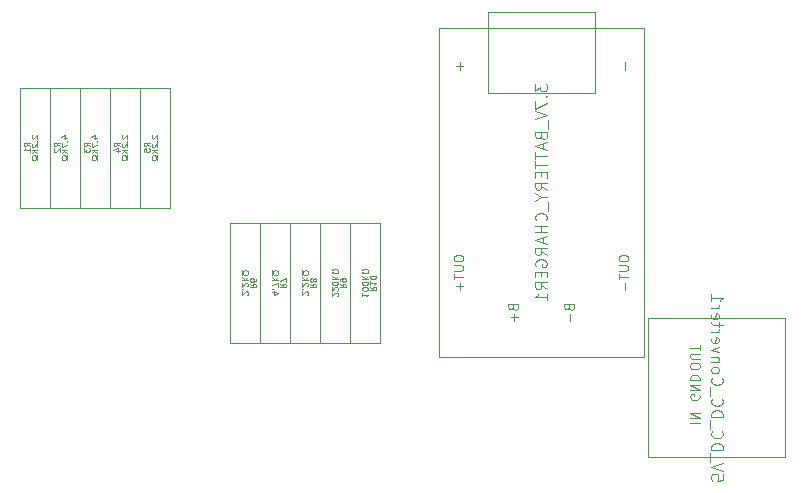
<source format=gbo>
%TF.GenerationSoftware,KiCad,Pcbnew,9.0.0*%
%TF.CreationDate,2025-03-19T00:25:19-07:00*%
%TF.ProjectId,remote_v2,72656d6f-7465-45f7-9632-2e6b69636164,v0.4*%
%TF.SameCoordinates,Original*%
%TF.FileFunction,Legend,Bot*%
%TF.FilePolarity,Positive*%
%FSLAX46Y46*%
G04 Gerber Fmt 4.6, Leading zero omitted, Abs format (unit mm)*
G04 Created by KiCad (PCBNEW 9.0.0) date 2025-03-19 00:25:19*
%MOMM*%
%LPD*%
G01*
G04 APERTURE LIST*
%ADD10C,0.062500*%
%ADD11C,0.100000*%
G04 APERTURE END LIST*
D10*
X155384709Y-92829297D02*
X155622804Y-92995963D01*
X155384709Y-93115011D02*
X155884709Y-93115011D01*
X155884709Y-93115011D02*
X155884709Y-92924535D01*
X155884709Y-92924535D02*
X155860899Y-92876916D01*
X155860899Y-92876916D02*
X155837090Y-92853106D01*
X155837090Y-92853106D02*
X155789471Y-92829297D01*
X155789471Y-92829297D02*
X155718042Y-92829297D01*
X155718042Y-92829297D02*
X155670423Y-92853106D01*
X155670423Y-92853106D02*
X155646614Y-92876916D01*
X155646614Y-92876916D02*
X155622804Y-92924535D01*
X155622804Y-92924535D02*
X155622804Y-93115011D01*
X155670423Y-92543582D02*
X155694233Y-92591201D01*
X155694233Y-92591201D02*
X155718042Y-92615011D01*
X155718042Y-92615011D02*
X155765661Y-92638820D01*
X155765661Y-92638820D02*
X155789471Y-92638820D01*
X155789471Y-92638820D02*
X155837090Y-92615011D01*
X155837090Y-92615011D02*
X155860899Y-92591201D01*
X155860899Y-92591201D02*
X155884709Y-92543582D01*
X155884709Y-92543582D02*
X155884709Y-92448344D01*
X155884709Y-92448344D02*
X155860899Y-92400725D01*
X155860899Y-92400725D02*
X155837090Y-92376916D01*
X155837090Y-92376916D02*
X155789471Y-92353106D01*
X155789471Y-92353106D02*
X155765661Y-92353106D01*
X155765661Y-92353106D02*
X155718042Y-92376916D01*
X155718042Y-92376916D02*
X155694233Y-92400725D01*
X155694233Y-92400725D02*
X155670423Y-92448344D01*
X155670423Y-92448344D02*
X155670423Y-92543582D01*
X155670423Y-92543582D02*
X155646614Y-92591201D01*
X155646614Y-92591201D02*
X155622804Y-92615011D01*
X155622804Y-92615011D02*
X155575185Y-92638820D01*
X155575185Y-92638820D02*
X155479947Y-92638820D01*
X155479947Y-92638820D02*
X155432328Y-92615011D01*
X155432328Y-92615011D02*
X155408519Y-92591201D01*
X155408519Y-92591201D02*
X155384709Y-92543582D01*
X155384709Y-92543582D02*
X155384709Y-92448344D01*
X155384709Y-92448344D02*
X155408519Y-92400725D01*
X155408519Y-92400725D02*
X155432328Y-92376916D01*
X155432328Y-92376916D02*
X155479947Y-92353106D01*
X155479947Y-92353106D02*
X155575185Y-92353106D01*
X155575185Y-92353106D02*
X155622804Y-92376916D01*
X155622804Y-92376916D02*
X155646614Y-92400725D01*
X155646614Y-92400725D02*
X155670423Y-92448344D01*
X155164321Y-93745713D02*
X155188130Y-93721904D01*
X155188130Y-93721904D02*
X155211940Y-93674285D01*
X155211940Y-93674285D02*
X155211940Y-93555237D01*
X155211940Y-93555237D02*
X155188130Y-93507618D01*
X155188130Y-93507618D02*
X155164321Y-93483809D01*
X155164321Y-93483809D02*
X155116702Y-93459999D01*
X155116702Y-93459999D02*
X155069083Y-93459999D01*
X155069083Y-93459999D02*
X154997654Y-93483809D01*
X154997654Y-93483809D02*
X154711940Y-93769523D01*
X154711940Y-93769523D02*
X154711940Y-93459999D01*
X154759559Y-93245714D02*
X154735750Y-93221904D01*
X154735750Y-93221904D02*
X154711940Y-93245714D01*
X154711940Y-93245714D02*
X154735750Y-93269523D01*
X154735750Y-93269523D02*
X154759559Y-93245714D01*
X154759559Y-93245714D02*
X154711940Y-93245714D01*
X155164321Y-93031428D02*
X155188130Y-93007619D01*
X155188130Y-93007619D02*
X155211940Y-92960000D01*
X155211940Y-92960000D02*
X155211940Y-92840952D01*
X155211940Y-92840952D02*
X155188130Y-92793333D01*
X155188130Y-92793333D02*
X155164321Y-92769524D01*
X155164321Y-92769524D02*
X155116702Y-92745714D01*
X155116702Y-92745714D02*
X155069083Y-92745714D01*
X155069083Y-92745714D02*
X154997654Y-92769524D01*
X154997654Y-92769524D02*
X154711940Y-93055238D01*
X154711940Y-93055238D02*
X154711940Y-92745714D01*
X154711940Y-92531429D02*
X155211940Y-92531429D01*
X154711940Y-92245715D02*
X154997654Y-92460000D01*
X155211940Y-92245715D02*
X154926226Y-92531429D01*
X154711940Y-92055238D02*
X154711940Y-91936191D01*
X154711940Y-91936191D02*
X154807178Y-91936191D01*
X154807178Y-91936191D02*
X154830988Y-91983810D01*
X154830988Y-91983810D02*
X154878607Y-92031429D01*
X154878607Y-92031429D02*
X154950035Y-92055238D01*
X154950035Y-92055238D02*
X155069083Y-92055238D01*
X155069083Y-92055238D02*
X155140511Y-92031429D01*
X155140511Y-92031429D02*
X155188130Y-91983810D01*
X155188130Y-91983810D02*
X155211940Y-91912381D01*
X155211940Y-91912381D02*
X155211940Y-91817143D01*
X155211940Y-91817143D02*
X155188130Y-91745715D01*
X155188130Y-91745715D02*
X155140511Y-91698096D01*
X155140511Y-91698096D02*
X155069083Y-91674286D01*
X155069083Y-91674286D02*
X154950035Y-91674286D01*
X154950035Y-91674286D02*
X154878607Y-91698096D01*
X154878607Y-91698096D02*
X154830988Y-91745715D01*
X154830988Y-91745715D02*
X154807178Y-91793334D01*
X154807178Y-91793334D02*
X154711940Y-91793334D01*
X154711940Y-91793334D02*
X154711940Y-91674286D01*
X134175290Y-81160702D02*
X133937195Y-80994036D01*
X134175290Y-80874988D02*
X133675290Y-80874988D01*
X133675290Y-80874988D02*
X133675290Y-81065464D01*
X133675290Y-81065464D02*
X133699100Y-81113083D01*
X133699100Y-81113083D02*
X133722909Y-81136893D01*
X133722909Y-81136893D02*
X133770528Y-81160702D01*
X133770528Y-81160702D02*
X133841957Y-81160702D01*
X133841957Y-81160702D02*
X133889576Y-81136893D01*
X133889576Y-81136893D02*
X133913385Y-81113083D01*
X133913385Y-81113083D02*
X133937195Y-81065464D01*
X133937195Y-81065464D02*
X133937195Y-80874988D01*
X133722909Y-81351179D02*
X133699100Y-81374988D01*
X133699100Y-81374988D02*
X133675290Y-81422607D01*
X133675290Y-81422607D02*
X133675290Y-81541655D01*
X133675290Y-81541655D02*
X133699100Y-81589274D01*
X133699100Y-81589274D02*
X133722909Y-81613083D01*
X133722909Y-81613083D02*
X133770528Y-81636893D01*
X133770528Y-81636893D02*
X133818147Y-81636893D01*
X133818147Y-81636893D02*
X133889576Y-81613083D01*
X133889576Y-81613083D02*
X134175290Y-81327369D01*
X134175290Y-81327369D02*
X134175290Y-81636893D01*
X134514726Y-80482381D02*
X134848059Y-80482381D01*
X134324250Y-80363333D02*
X134681392Y-80244286D01*
X134681392Y-80244286D02*
X134681392Y-80553809D01*
X134800440Y-80744285D02*
X134824250Y-80768095D01*
X134824250Y-80768095D02*
X134848059Y-80744285D01*
X134848059Y-80744285D02*
X134824250Y-80720476D01*
X134824250Y-80720476D02*
X134800440Y-80744285D01*
X134800440Y-80744285D02*
X134848059Y-80744285D01*
X134348059Y-80934761D02*
X134348059Y-81268094D01*
X134348059Y-81268094D02*
X134848059Y-81053809D01*
X134848059Y-81458570D02*
X134348059Y-81458570D01*
X134848059Y-81744284D02*
X134562345Y-81529999D01*
X134348059Y-81744284D02*
X134633773Y-81458570D01*
X134848059Y-81934761D02*
X134848059Y-82053808D01*
X134848059Y-82053808D02*
X134752821Y-82053808D01*
X134752821Y-82053808D02*
X134729011Y-82006189D01*
X134729011Y-82006189D02*
X134681392Y-81958570D01*
X134681392Y-81958570D02*
X134609964Y-81934761D01*
X134609964Y-81934761D02*
X134490916Y-81934761D01*
X134490916Y-81934761D02*
X134419488Y-81958570D01*
X134419488Y-81958570D02*
X134371869Y-82006189D01*
X134371869Y-82006189D02*
X134348059Y-82077618D01*
X134348059Y-82077618D02*
X134348059Y-82172856D01*
X134348059Y-82172856D02*
X134371869Y-82244284D01*
X134371869Y-82244284D02*
X134419488Y-82291903D01*
X134419488Y-82291903D02*
X134490916Y-82315713D01*
X134490916Y-82315713D02*
X134609964Y-82315713D01*
X134609964Y-82315713D02*
X134681392Y-82291903D01*
X134681392Y-82291903D02*
X134729011Y-82244284D01*
X134729011Y-82244284D02*
X134752821Y-82196665D01*
X134752821Y-82196665D02*
X134848059Y-82196665D01*
X134848059Y-82196665D02*
X134848059Y-82315713D01*
D11*
X190342580Y-108957144D02*
X190342580Y-109433334D01*
X190342580Y-109433334D02*
X189866390Y-109480953D01*
X189866390Y-109480953D02*
X189914009Y-109433334D01*
X189914009Y-109433334D02*
X189961628Y-109338096D01*
X189961628Y-109338096D02*
X189961628Y-109100001D01*
X189961628Y-109100001D02*
X189914009Y-109004763D01*
X189914009Y-109004763D02*
X189866390Y-108957144D01*
X189866390Y-108957144D02*
X189771152Y-108909525D01*
X189771152Y-108909525D02*
X189533057Y-108909525D01*
X189533057Y-108909525D02*
X189437819Y-108957144D01*
X189437819Y-108957144D02*
X189390200Y-109004763D01*
X189390200Y-109004763D02*
X189342580Y-109100001D01*
X189342580Y-109100001D02*
X189342580Y-109338096D01*
X189342580Y-109338096D02*
X189390200Y-109433334D01*
X189390200Y-109433334D02*
X189437819Y-109480953D01*
X190342580Y-108623810D02*
X189342580Y-108290477D01*
X189342580Y-108290477D02*
X190342580Y-107957144D01*
X189247342Y-107861906D02*
X189247342Y-107100001D01*
X189342580Y-106861905D02*
X190342580Y-106861905D01*
X190342580Y-106861905D02*
X190342580Y-106623810D01*
X190342580Y-106623810D02*
X190294961Y-106480953D01*
X190294961Y-106480953D02*
X190199723Y-106385715D01*
X190199723Y-106385715D02*
X190104485Y-106338096D01*
X190104485Y-106338096D02*
X189914009Y-106290477D01*
X189914009Y-106290477D02*
X189771152Y-106290477D01*
X189771152Y-106290477D02*
X189580676Y-106338096D01*
X189580676Y-106338096D02*
X189485438Y-106385715D01*
X189485438Y-106385715D02*
X189390200Y-106480953D01*
X189390200Y-106480953D02*
X189342580Y-106623810D01*
X189342580Y-106623810D02*
X189342580Y-106861905D01*
X189437819Y-105290477D02*
X189390200Y-105338096D01*
X189390200Y-105338096D02*
X189342580Y-105480953D01*
X189342580Y-105480953D02*
X189342580Y-105576191D01*
X189342580Y-105576191D02*
X189390200Y-105719048D01*
X189390200Y-105719048D02*
X189485438Y-105814286D01*
X189485438Y-105814286D02*
X189580676Y-105861905D01*
X189580676Y-105861905D02*
X189771152Y-105909524D01*
X189771152Y-105909524D02*
X189914009Y-105909524D01*
X189914009Y-105909524D02*
X190104485Y-105861905D01*
X190104485Y-105861905D02*
X190199723Y-105814286D01*
X190199723Y-105814286D02*
X190294961Y-105719048D01*
X190294961Y-105719048D02*
X190342580Y-105576191D01*
X190342580Y-105576191D02*
X190342580Y-105480953D01*
X190342580Y-105480953D02*
X190294961Y-105338096D01*
X190294961Y-105338096D02*
X190247342Y-105290477D01*
X189247342Y-105100001D02*
X189247342Y-104338096D01*
X189342580Y-104100000D02*
X190342580Y-104100000D01*
X190342580Y-104100000D02*
X190342580Y-103861905D01*
X190342580Y-103861905D02*
X190294961Y-103719048D01*
X190294961Y-103719048D02*
X190199723Y-103623810D01*
X190199723Y-103623810D02*
X190104485Y-103576191D01*
X190104485Y-103576191D02*
X189914009Y-103528572D01*
X189914009Y-103528572D02*
X189771152Y-103528572D01*
X189771152Y-103528572D02*
X189580676Y-103576191D01*
X189580676Y-103576191D02*
X189485438Y-103623810D01*
X189485438Y-103623810D02*
X189390200Y-103719048D01*
X189390200Y-103719048D02*
X189342580Y-103861905D01*
X189342580Y-103861905D02*
X189342580Y-104100000D01*
X189437819Y-102528572D02*
X189390200Y-102576191D01*
X189390200Y-102576191D02*
X189342580Y-102719048D01*
X189342580Y-102719048D02*
X189342580Y-102814286D01*
X189342580Y-102814286D02*
X189390200Y-102957143D01*
X189390200Y-102957143D02*
X189485438Y-103052381D01*
X189485438Y-103052381D02*
X189580676Y-103100000D01*
X189580676Y-103100000D02*
X189771152Y-103147619D01*
X189771152Y-103147619D02*
X189914009Y-103147619D01*
X189914009Y-103147619D02*
X190104485Y-103100000D01*
X190104485Y-103100000D02*
X190199723Y-103052381D01*
X190199723Y-103052381D02*
X190294961Y-102957143D01*
X190294961Y-102957143D02*
X190342580Y-102814286D01*
X190342580Y-102814286D02*
X190342580Y-102719048D01*
X190342580Y-102719048D02*
X190294961Y-102576191D01*
X190294961Y-102576191D02*
X190247342Y-102528572D01*
X189247342Y-102338096D02*
X189247342Y-101576191D01*
X189437819Y-100766667D02*
X189390200Y-100814286D01*
X189390200Y-100814286D02*
X189342580Y-100957143D01*
X189342580Y-100957143D02*
X189342580Y-101052381D01*
X189342580Y-101052381D02*
X189390200Y-101195238D01*
X189390200Y-101195238D02*
X189485438Y-101290476D01*
X189485438Y-101290476D02*
X189580676Y-101338095D01*
X189580676Y-101338095D02*
X189771152Y-101385714D01*
X189771152Y-101385714D02*
X189914009Y-101385714D01*
X189914009Y-101385714D02*
X190104485Y-101338095D01*
X190104485Y-101338095D02*
X190199723Y-101290476D01*
X190199723Y-101290476D02*
X190294961Y-101195238D01*
X190294961Y-101195238D02*
X190342580Y-101052381D01*
X190342580Y-101052381D02*
X190342580Y-100957143D01*
X190342580Y-100957143D02*
X190294961Y-100814286D01*
X190294961Y-100814286D02*
X190247342Y-100766667D01*
X189342580Y-100195238D02*
X189390200Y-100290476D01*
X189390200Y-100290476D02*
X189437819Y-100338095D01*
X189437819Y-100338095D02*
X189533057Y-100385714D01*
X189533057Y-100385714D02*
X189818771Y-100385714D01*
X189818771Y-100385714D02*
X189914009Y-100338095D01*
X189914009Y-100338095D02*
X189961628Y-100290476D01*
X189961628Y-100290476D02*
X190009247Y-100195238D01*
X190009247Y-100195238D02*
X190009247Y-100052381D01*
X190009247Y-100052381D02*
X189961628Y-99957143D01*
X189961628Y-99957143D02*
X189914009Y-99909524D01*
X189914009Y-99909524D02*
X189818771Y-99861905D01*
X189818771Y-99861905D02*
X189533057Y-99861905D01*
X189533057Y-99861905D02*
X189437819Y-99909524D01*
X189437819Y-99909524D02*
X189390200Y-99957143D01*
X189390200Y-99957143D02*
X189342580Y-100052381D01*
X189342580Y-100052381D02*
X189342580Y-100195238D01*
X190009247Y-99433333D02*
X189342580Y-99433333D01*
X189914009Y-99433333D02*
X189961628Y-99385714D01*
X189961628Y-99385714D02*
X190009247Y-99290476D01*
X190009247Y-99290476D02*
X190009247Y-99147619D01*
X190009247Y-99147619D02*
X189961628Y-99052381D01*
X189961628Y-99052381D02*
X189866390Y-99004762D01*
X189866390Y-99004762D02*
X189342580Y-99004762D01*
X190009247Y-98623809D02*
X189342580Y-98385714D01*
X189342580Y-98385714D02*
X190009247Y-98147619D01*
X189390200Y-97385714D02*
X189342580Y-97480952D01*
X189342580Y-97480952D02*
X189342580Y-97671428D01*
X189342580Y-97671428D02*
X189390200Y-97766666D01*
X189390200Y-97766666D02*
X189485438Y-97814285D01*
X189485438Y-97814285D02*
X189866390Y-97814285D01*
X189866390Y-97814285D02*
X189961628Y-97766666D01*
X189961628Y-97766666D02*
X190009247Y-97671428D01*
X190009247Y-97671428D02*
X190009247Y-97480952D01*
X190009247Y-97480952D02*
X189961628Y-97385714D01*
X189961628Y-97385714D02*
X189866390Y-97338095D01*
X189866390Y-97338095D02*
X189771152Y-97338095D01*
X189771152Y-97338095D02*
X189675914Y-97814285D01*
X189342580Y-96909523D02*
X190009247Y-96909523D01*
X189818771Y-96909523D02*
X189914009Y-96861904D01*
X189914009Y-96861904D02*
X189961628Y-96814285D01*
X189961628Y-96814285D02*
X190009247Y-96719047D01*
X190009247Y-96719047D02*
X190009247Y-96623809D01*
X190009247Y-96433332D02*
X190009247Y-96052380D01*
X190342580Y-96290475D02*
X189485438Y-96290475D01*
X189485438Y-96290475D02*
X189390200Y-96242856D01*
X189390200Y-96242856D02*
X189342580Y-96147618D01*
X189342580Y-96147618D02*
X189342580Y-96052380D01*
X189390200Y-95338094D02*
X189342580Y-95433332D01*
X189342580Y-95433332D02*
X189342580Y-95623808D01*
X189342580Y-95623808D02*
X189390200Y-95719046D01*
X189390200Y-95719046D02*
X189485438Y-95766665D01*
X189485438Y-95766665D02*
X189866390Y-95766665D01*
X189866390Y-95766665D02*
X189961628Y-95719046D01*
X189961628Y-95719046D02*
X190009247Y-95623808D01*
X190009247Y-95623808D02*
X190009247Y-95433332D01*
X190009247Y-95433332D02*
X189961628Y-95338094D01*
X189961628Y-95338094D02*
X189866390Y-95290475D01*
X189866390Y-95290475D02*
X189771152Y-95290475D01*
X189771152Y-95290475D02*
X189675914Y-95766665D01*
X189342580Y-94861903D02*
X190009247Y-94861903D01*
X189818771Y-94861903D02*
X189914009Y-94814284D01*
X189914009Y-94814284D02*
X189961628Y-94766665D01*
X189961628Y-94766665D02*
X190009247Y-94671427D01*
X190009247Y-94671427D02*
X190009247Y-94576189D01*
X189342580Y-93719046D02*
X189342580Y-94290474D01*
X189342580Y-94004760D02*
X190342580Y-94004760D01*
X190342580Y-94004760D02*
X190199723Y-94099998D01*
X190199723Y-94099998D02*
X190104485Y-94195236D01*
X190104485Y-94195236D02*
X190056866Y-94290474D01*
X188329009Y-102209523D02*
X188367104Y-102285713D01*
X188367104Y-102285713D02*
X188367104Y-102399999D01*
X188367104Y-102399999D02*
X188329009Y-102514285D01*
X188329009Y-102514285D02*
X188252819Y-102590475D01*
X188252819Y-102590475D02*
X188176628Y-102628570D01*
X188176628Y-102628570D02*
X188024247Y-102666666D01*
X188024247Y-102666666D02*
X187909961Y-102666666D01*
X187909961Y-102666666D02*
X187757580Y-102628570D01*
X187757580Y-102628570D02*
X187681390Y-102590475D01*
X187681390Y-102590475D02*
X187605200Y-102514285D01*
X187605200Y-102514285D02*
X187567104Y-102399999D01*
X187567104Y-102399999D02*
X187567104Y-102323808D01*
X187567104Y-102323808D02*
X187605200Y-102209523D01*
X187605200Y-102209523D02*
X187643295Y-102171427D01*
X187643295Y-102171427D02*
X187909961Y-102171427D01*
X187909961Y-102171427D02*
X187909961Y-102323808D01*
X187567104Y-101828570D02*
X188367104Y-101828570D01*
X188367104Y-101828570D02*
X187567104Y-101371427D01*
X187567104Y-101371427D02*
X188367104Y-101371427D01*
X187567104Y-100990475D02*
X188367104Y-100990475D01*
X188367104Y-100990475D02*
X188367104Y-100799999D01*
X188367104Y-100799999D02*
X188329009Y-100685713D01*
X188329009Y-100685713D02*
X188252819Y-100609523D01*
X188252819Y-100609523D02*
X188176628Y-100571428D01*
X188176628Y-100571428D02*
X188024247Y-100533332D01*
X188024247Y-100533332D02*
X187909961Y-100533332D01*
X187909961Y-100533332D02*
X187757580Y-100571428D01*
X187757580Y-100571428D02*
X187681390Y-100609523D01*
X187681390Y-100609523D02*
X187605200Y-100685713D01*
X187605200Y-100685713D02*
X187567104Y-100799999D01*
X187567104Y-100799999D02*
X187567104Y-100990475D01*
X187567104Y-104559046D02*
X188367104Y-104559046D01*
X187567104Y-104178094D02*
X188367104Y-104178094D01*
X188367104Y-104178094D02*
X187567104Y-103720951D01*
X187567104Y-103720951D02*
X188367104Y-103720951D01*
X188367104Y-99859999D02*
X188367104Y-99707618D01*
X188367104Y-99707618D02*
X188329009Y-99631428D01*
X188329009Y-99631428D02*
X188252819Y-99555237D01*
X188252819Y-99555237D02*
X188100438Y-99517142D01*
X188100438Y-99517142D02*
X187833771Y-99517142D01*
X187833771Y-99517142D02*
X187681390Y-99555237D01*
X187681390Y-99555237D02*
X187605200Y-99631428D01*
X187605200Y-99631428D02*
X187567104Y-99707618D01*
X187567104Y-99707618D02*
X187567104Y-99859999D01*
X187567104Y-99859999D02*
X187605200Y-99936190D01*
X187605200Y-99936190D02*
X187681390Y-100012380D01*
X187681390Y-100012380D02*
X187833771Y-100050476D01*
X187833771Y-100050476D02*
X188100438Y-100050476D01*
X188100438Y-100050476D02*
X188252819Y-100012380D01*
X188252819Y-100012380D02*
X188329009Y-99936190D01*
X188329009Y-99936190D02*
X188367104Y-99859999D01*
X188367104Y-99174285D02*
X187719485Y-99174285D01*
X187719485Y-99174285D02*
X187643295Y-99136190D01*
X187643295Y-99136190D02*
X187605200Y-99098095D01*
X187605200Y-99098095D02*
X187567104Y-99021904D01*
X187567104Y-99021904D02*
X187567104Y-98869523D01*
X187567104Y-98869523D02*
X187605200Y-98793333D01*
X187605200Y-98793333D02*
X187643295Y-98755238D01*
X187643295Y-98755238D02*
X187719485Y-98717142D01*
X187719485Y-98717142D02*
X188367104Y-98717142D01*
X188367104Y-98450476D02*
X188367104Y-97993333D01*
X187567104Y-98221905D02*
X188367104Y-98221905D01*
D10*
X139255290Y-81160702D02*
X139017195Y-80994036D01*
X139255290Y-80874988D02*
X138755290Y-80874988D01*
X138755290Y-80874988D02*
X138755290Y-81065464D01*
X138755290Y-81065464D02*
X138779100Y-81113083D01*
X138779100Y-81113083D02*
X138802909Y-81136893D01*
X138802909Y-81136893D02*
X138850528Y-81160702D01*
X138850528Y-81160702D02*
X138921957Y-81160702D01*
X138921957Y-81160702D02*
X138969576Y-81136893D01*
X138969576Y-81136893D02*
X138993385Y-81113083D01*
X138993385Y-81113083D02*
X139017195Y-81065464D01*
X139017195Y-81065464D02*
X139017195Y-80874988D01*
X138921957Y-81589274D02*
X139255290Y-81589274D01*
X138731481Y-81470226D02*
X139088623Y-81351179D01*
X139088623Y-81351179D02*
X139088623Y-81660702D01*
X139475678Y-80244286D02*
X139451869Y-80268095D01*
X139451869Y-80268095D02*
X139428059Y-80315714D01*
X139428059Y-80315714D02*
X139428059Y-80434762D01*
X139428059Y-80434762D02*
X139451869Y-80482381D01*
X139451869Y-80482381D02*
X139475678Y-80506190D01*
X139475678Y-80506190D02*
X139523297Y-80530000D01*
X139523297Y-80530000D02*
X139570916Y-80530000D01*
X139570916Y-80530000D02*
X139642345Y-80506190D01*
X139642345Y-80506190D02*
X139928059Y-80220476D01*
X139928059Y-80220476D02*
X139928059Y-80530000D01*
X139880440Y-80744285D02*
X139904250Y-80768095D01*
X139904250Y-80768095D02*
X139928059Y-80744285D01*
X139928059Y-80744285D02*
X139904250Y-80720476D01*
X139904250Y-80720476D02*
X139880440Y-80744285D01*
X139880440Y-80744285D02*
X139928059Y-80744285D01*
X139475678Y-80958571D02*
X139451869Y-80982380D01*
X139451869Y-80982380D02*
X139428059Y-81029999D01*
X139428059Y-81029999D02*
X139428059Y-81149047D01*
X139428059Y-81149047D02*
X139451869Y-81196666D01*
X139451869Y-81196666D02*
X139475678Y-81220475D01*
X139475678Y-81220475D02*
X139523297Y-81244285D01*
X139523297Y-81244285D02*
X139570916Y-81244285D01*
X139570916Y-81244285D02*
X139642345Y-81220475D01*
X139642345Y-81220475D02*
X139928059Y-80934761D01*
X139928059Y-80934761D02*
X139928059Y-81244285D01*
X139928059Y-81458570D02*
X139428059Y-81458570D01*
X139928059Y-81744284D02*
X139642345Y-81529999D01*
X139428059Y-81744284D02*
X139713773Y-81458570D01*
X139928059Y-81934761D02*
X139928059Y-82053808D01*
X139928059Y-82053808D02*
X139832821Y-82053808D01*
X139832821Y-82053808D02*
X139809011Y-82006189D01*
X139809011Y-82006189D02*
X139761392Y-81958570D01*
X139761392Y-81958570D02*
X139689964Y-81934761D01*
X139689964Y-81934761D02*
X139570916Y-81934761D01*
X139570916Y-81934761D02*
X139499488Y-81958570D01*
X139499488Y-81958570D02*
X139451869Y-82006189D01*
X139451869Y-82006189D02*
X139428059Y-82077618D01*
X139428059Y-82077618D02*
X139428059Y-82172856D01*
X139428059Y-82172856D02*
X139451869Y-82244284D01*
X139451869Y-82244284D02*
X139499488Y-82291903D01*
X139499488Y-82291903D02*
X139570916Y-82315713D01*
X139570916Y-82315713D02*
X139689964Y-82315713D01*
X139689964Y-82315713D02*
X139761392Y-82291903D01*
X139761392Y-82291903D02*
X139809011Y-82244284D01*
X139809011Y-82244284D02*
X139832821Y-82196665D01*
X139832821Y-82196665D02*
X139928059Y-82196665D01*
X139928059Y-82196665D02*
X139928059Y-82315713D01*
X157924709Y-92829297D02*
X158162804Y-92995963D01*
X157924709Y-93115011D02*
X158424709Y-93115011D01*
X158424709Y-93115011D02*
X158424709Y-92924535D01*
X158424709Y-92924535D02*
X158400899Y-92876916D01*
X158400899Y-92876916D02*
X158377090Y-92853106D01*
X158377090Y-92853106D02*
X158329471Y-92829297D01*
X158329471Y-92829297D02*
X158258042Y-92829297D01*
X158258042Y-92829297D02*
X158210423Y-92853106D01*
X158210423Y-92853106D02*
X158186614Y-92876916D01*
X158186614Y-92876916D02*
X158162804Y-92924535D01*
X158162804Y-92924535D02*
X158162804Y-93115011D01*
X157924709Y-92591201D02*
X157924709Y-92495963D01*
X157924709Y-92495963D02*
X157948519Y-92448344D01*
X157948519Y-92448344D02*
X157972328Y-92424535D01*
X157972328Y-92424535D02*
X158043757Y-92376916D01*
X158043757Y-92376916D02*
X158138995Y-92353106D01*
X158138995Y-92353106D02*
X158329471Y-92353106D01*
X158329471Y-92353106D02*
X158377090Y-92376916D01*
X158377090Y-92376916D02*
X158400899Y-92400725D01*
X158400899Y-92400725D02*
X158424709Y-92448344D01*
X158424709Y-92448344D02*
X158424709Y-92543582D01*
X158424709Y-92543582D02*
X158400899Y-92591201D01*
X158400899Y-92591201D02*
X158377090Y-92615011D01*
X158377090Y-92615011D02*
X158329471Y-92638820D01*
X158329471Y-92638820D02*
X158210423Y-92638820D01*
X158210423Y-92638820D02*
X158162804Y-92615011D01*
X158162804Y-92615011D02*
X158138995Y-92591201D01*
X158138995Y-92591201D02*
X158115185Y-92543582D01*
X158115185Y-92543582D02*
X158115185Y-92448344D01*
X158115185Y-92448344D02*
X158138995Y-92400725D01*
X158138995Y-92400725D02*
X158162804Y-92376916D01*
X158162804Y-92376916D02*
X158210423Y-92353106D01*
X157704321Y-93864760D02*
X157728130Y-93840951D01*
X157728130Y-93840951D02*
X157751940Y-93793332D01*
X157751940Y-93793332D02*
X157751940Y-93674284D01*
X157751940Y-93674284D02*
X157728130Y-93626665D01*
X157728130Y-93626665D02*
X157704321Y-93602856D01*
X157704321Y-93602856D02*
X157656702Y-93579046D01*
X157656702Y-93579046D02*
X157609083Y-93579046D01*
X157609083Y-93579046D02*
X157537654Y-93602856D01*
X157537654Y-93602856D02*
X157251940Y-93888570D01*
X157251940Y-93888570D02*
X157251940Y-93579046D01*
X157704321Y-93388570D02*
X157728130Y-93364761D01*
X157728130Y-93364761D02*
X157751940Y-93317142D01*
X157751940Y-93317142D02*
X157751940Y-93198094D01*
X157751940Y-93198094D02*
X157728130Y-93150475D01*
X157728130Y-93150475D02*
X157704321Y-93126666D01*
X157704321Y-93126666D02*
X157656702Y-93102856D01*
X157656702Y-93102856D02*
X157609083Y-93102856D01*
X157609083Y-93102856D02*
X157537654Y-93126666D01*
X157537654Y-93126666D02*
X157251940Y-93412380D01*
X157251940Y-93412380D02*
X157251940Y-93102856D01*
X157751940Y-92793333D02*
X157751940Y-92745714D01*
X157751940Y-92745714D02*
X157728130Y-92698095D01*
X157728130Y-92698095D02*
X157704321Y-92674285D01*
X157704321Y-92674285D02*
X157656702Y-92650476D01*
X157656702Y-92650476D02*
X157561464Y-92626666D01*
X157561464Y-92626666D02*
X157442416Y-92626666D01*
X157442416Y-92626666D02*
X157347178Y-92650476D01*
X157347178Y-92650476D02*
X157299559Y-92674285D01*
X157299559Y-92674285D02*
X157275750Y-92698095D01*
X157275750Y-92698095D02*
X157251940Y-92745714D01*
X157251940Y-92745714D02*
X157251940Y-92793333D01*
X157251940Y-92793333D02*
X157275750Y-92840952D01*
X157275750Y-92840952D02*
X157299559Y-92864761D01*
X157299559Y-92864761D02*
X157347178Y-92888571D01*
X157347178Y-92888571D02*
X157442416Y-92912380D01*
X157442416Y-92912380D02*
X157561464Y-92912380D01*
X157561464Y-92912380D02*
X157656702Y-92888571D01*
X157656702Y-92888571D02*
X157704321Y-92864761D01*
X157704321Y-92864761D02*
X157728130Y-92840952D01*
X157728130Y-92840952D02*
X157751940Y-92793333D01*
X157251940Y-92412381D02*
X157751940Y-92412381D01*
X157251940Y-92126667D02*
X157537654Y-92340952D01*
X157751940Y-92126667D02*
X157466226Y-92412381D01*
X157251940Y-91936190D02*
X157251940Y-91817143D01*
X157251940Y-91817143D02*
X157347178Y-91817143D01*
X157347178Y-91817143D02*
X157370988Y-91864762D01*
X157370988Y-91864762D02*
X157418607Y-91912381D01*
X157418607Y-91912381D02*
X157490035Y-91936190D01*
X157490035Y-91936190D02*
X157609083Y-91936190D01*
X157609083Y-91936190D02*
X157680511Y-91912381D01*
X157680511Y-91912381D02*
X157728130Y-91864762D01*
X157728130Y-91864762D02*
X157751940Y-91793333D01*
X157751940Y-91793333D02*
X157751940Y-91698095D01*
X157751940Y-91698095D02*
X157728130Y-91626667D01*
X157728130Y-91626667D02*
X157680511Y-91579048D01*
X157680511Y-91579048D02*
X157609083Y-91555238D01*
X157609083Y-91555238D02*
X157490035Y-91555238D01*
X157490035Y-91555238D02*
X157418607Y-91579048D01*
X157418607Y-91579048D02*
X157370988Y-91626667D01*
X157370988Y-91626667D02*
X157347178Y-91674286D01*
X157347178Y-91674286D02*
X157251940Y-91674286D01*
X157251940Y-91674286D02*
X157251940Y-91555238D01*
X152844709Y-92829297D02*
X153082804Y-92995963D01*
X152844709Y-93115011D02*
X153344709Y-93115011D01*
X153344709Y-93115011D02*
X153344709Y-92924535D01*
X153344709Y-92924535D02*
X153320899Y-92876916D01*
X153320899Y-92876916D02*
X153297090Y-92853106D01*
X153297090Y-92853106D02*
X153249471Y-92829297D01*
X153249471Y-92829297D02*
X153178042Y-92829297D01*
X153178042Y-92829297D02*
X153130423Y-92853106D01*
X153130423Y-92853106D02*
X153106614Y-92876916D01*
X153106614Y-92876916D02*
X153082804Y-92924535D01*
X153082804Y-92924535D02*
X153082804Y-93115011D01*
X153344709Y-92662630D02*
X153344709Y-92329297D01*
X153344709Y-92329297D02*
X152844709Y-92543582D01*
X152505273Y-93507618D02*
X152171940Y-93507618D01*
X152695750Y-93626666D02*
X152338607Y-93745713D01*
X152338607Y-93745713D02*
X152338607Y-93436190D01*
X152219559Y-93245714D02*
X152195750Y-93221904D01*
X152195750Y-93221904D02*
X152171940Y-93245714D01*
X152171940Y-93245714D02*
X152195750Y-93269523D01*
X152195750Y-93269523D02*
X152219559Y-93245714D01*
X152219559Y-93245714D02*
X152171940Y-93245714D01*
X152671940Y-93055238D02*
X152671940Y-92721905D01*
X152671940Y-92721905D02*
X152171940Y-92936190D01*
X152171940Y-92531429D02*
X152671940Y-92531429D01*
X152171940Y-92245715D02*
X152457654Y-92460000D01*
X152671940Y-92245715D02*
X152386226Y-92531429D01*
X152171940Y-92055238D02*
X152171940Y-91936191D01*
X152171940Y-91936191D02*
X152267178Y-91936191D01*
X152267178Y-91936191D02*
X152290988Y-91983810D01*
X152290988Y-91983810D02*
X152338607Y-92031429D01*
X152338607Y-92031429D02*
X152410035Y-92055238D01*
X152410035Y-92055238D02*
X152529083Y-92055238D01*
X152529083Y-92055238D02*
X152600511Y-92031429D01*
X152600511Y-92031429D02*
X152648130Y-91983810D01*
X152648130Y-91983810D02*
X152671940Y-91912381D01*
X152671940Y-91912381D02*
X152671940Y-91817143D01*
X152671940Y-91817143D02*
X152648130Y-91745715D01*
X152648130Y-91745715D02*
X152600511Y-91698096D01*
X152600511Y-91698096D02*
X152529083Y-91674286D01*
X152529083Y-91674286D02*
X152410035Y-91674286D01*
X152410035Y-91674286D02*
X152338607Y-91698096D01*
X152338607Y-91698096D02*
X152290988Y-91745715D01*
X152290988Y-91745715D02*
X152267178Y-91793334D01*
X152267178Y-91793334D02*
X152171940Y-91793334D01*
X152171940Y-91793334D02*
X152171940Y-91674286D01*
X131635290Y-81160702D02*
X131397195Y-80994036D01*
X131635290Y-80874988D02*
X131135290Y-80874988D01*
X131135290Y-80874988D02*
X131135290Y-81065464D01*
X131135290Y-81065464D02*
X131159100Y-81113083D01*
X131159100Y-81113083D02*
X131182909Y-81136893D01*
X131182909Y-81136893D02*
X131230528Y-81160702D01*
X131230528Y-81160702D02*
X131301957Y-81160702D01*
X131301957Y-81160702D02*
X131349576Y-81136893D01*
X131349576Y-81136893D02*
X131373385Y-81113083D01*
X131373385Y-81113083D02*
X131397195Y-81065464D01*
X131397195Y-81065464D02*
X131397195Y-80874988D01*
X131635290Y-81636893D02*
X131635290Y-81351179D01*
X131635290Y-81494036D02*
X131135290Y-81494036D01*
X131135290Y-81494036D02*
X131206719Y-81446417D01*
X131206719Y-81446417D02*
X131254338Y-81398798D01*
X131254338Y-81398798D02*
X131278147Y-81351179D01*
X131855678Y-80244286D02*
X131831869Y-80268095D01*
X131831869Y-80268095D02*
X131808059Y-80315714D01*
X131808059Y-80315714D02*
X131808059Y-80434762D01*
X131808059Y-80434762D02*
X131831869Y-80482381D01*
X131831869Y-80482381D02*
X131855678Y-80506190D01*
X131855678Y-80506190D02*
X131903297Y-80530000D01*
X131903297Y-80530000D02*
X131950916Y-80530000D01*
X131950916Y-80530000D02*
X132022345Y-80506190D01*
X132022345Y-80506190D02*
X132308059Y-80220476D01*
X132308059Y-80220476D02*
X132308059Y-80530000D01*
X132260440Y-80744285D02*
X132284250Y-80768095D01*
X132284250Y-80768095D02*
X132308059Y-80744285D01*
X132308059Y-80744285D02*
X132284250Y-80720476D01*
X132284250Y-80720476D02*
X132260440Y-80744285D01*
X132260440Y-80744285D02*
X132308059Y-80744285D01*
X131855678Y-80958571D02*
X131831869Y-80982380D01*
X131831869Y-80982380D02*
X131808059Y-81029999D01*
X131808059Y-81029999D02*
X131808059Y-81149047D01*
X131808059Y-81149047D02*
X131831869Y-81196666D01*
X131831869Y-81196666D02*
X131855678Y-81220475D01*
X131855678Y-81220475D02*
X131903297Y-81244285D01*
X131903297Y-81244285D02*
X131950916Y-81244285D01*
X131950916Y-81244285D02*
X132022345Y-81220475D01*
X132022345Y-81220475D02*
X132308059Y-80934761D01*
X132308059Y-80934761D02*
X132308059Y-81244285D01*
X132308059Y-81458570D02*
X131808059Y-81458570D01*
X132308059Y-81744284D02*
X132022345Y-81529999D01*
X131808059Y-81744284D02*
X132093773Y-81458570D01*
X132308059Y-81934761D02*
X132308059Y-82053808D01*
X132308059Y-82053808D02*
X132212821Y-82053808D01*
X132212821Y-82053808D02*
X132189011Y-82006189D01*
X132189011Y-82006189D02*
X132141392Y-81958570D01*
X132141392Y-81958570D02*
X132069964Y-81934761D01*
X132069964Y-81934761D02*
X131950916Y-81934761D01*
X131950916Y-81934761D02*
X131879488Y-81958570D01*
X131879488Y-81958570D02*
X131831869Y-82006189D01*
X131831869Y-82006189D02*
X131808059Y-82077618D01*
X131808059Y-82077618D02*
X131808059Y-82172856D01*
X131808059Y-82172856D02*
X131831869Y-82244284D01*
X131831869Y-82244284D02*
X131879488Y-82291903D01*
X131879488Y-82291903D02*
X131950916Y-82315713D01*
X131950916Y-82315713D02*
X132069964Y-82315713D01*
X132069964Y-82315713D02*
X132141392Y-82291903D01*
X132141392Y-82291903D02*
X132189011Y-82244284D01*
X132189011Y-82244284D02*
X132212821Y-82196665D01*
X132212821Y-82196665D02*
X132308059Y-82196665D01*
X132308059Y-82196665D02*
X132308059Y-82315713D01*
X150304709Y-92829297D02*
X150542804Y-92995963D01*
X150304709Y-93115011D02*
X150804709Y-93115011D01*
X150804709Y-93115011D02*
X150804709Y-92924535D01*
X150804709Y-92924535D02*
X150780899Y-92876916D01*
X150780899Y-92876916D02*
X150757090Y-92853106D01*
X150757090Y-92853106D02*
X150709471Y-92829297D01*
X150709471Y-92829297D02*
X150638042Y-92829297D01*
X150638042Y-92829297D02*
X150590423Y-92853106D01*
X150590423Y-92853106D02*
X150566614Y-92876916D01*
X150566614Y-92876916D02*
X150542804Y-92924535D01*
X150542804Y-92924535D02*
X150542804Y-93115011D01*
X150804709Y-92400725D02*
X150804709Y-92495963D01*
X150804709Y-92495963D02*
X150780899Y-92543582D01*
X150780899Y-92543582D02*
X150757090Y-92567392D01*
X150757090Y-92567392D02*
X150685661Y-92615011D01*
X150685661Y-92615011D02*
X150590423Y-92638820D01*
X150590423Y-92638820D02*
X150399947Y-92638820D01*
X150399947Y-92638820D02*
X150352328Y-92615011D01*
X150352328Y-92615011D02*
X150328519Y-92591201D01*
X150328519Y-92591201D02*
X150304709Y-92543582D01*
X150304709Y-92543582D02*
X150304709Y-92448344D01*
X150304709Y-92448344D02*
X150328519Y-92400725D01*
X150328519Y-92400725D02*
X150352328Y-92376916D01*
X150352328Y-92376916D02*
X150399947Y-92353106D01*
X150399947Y-92353106D02*
X150518995Y-92353106D01*
X150518995Y-92353106D02*
X150566614Y-92376916D01*
X150566614Y-92376916D02*
X150590423Y-92400725D01*
X150590423Y-92400725D02*
X150614233Y-92448344D01*
X150614233Y-92448344D02*
X150614233Y-92543582D01*
X150614233Y-92543582D02*
X150590423Y-92591201D01*
X150590423Y-92591201D02*
X150566614Y-92615011D01*
X150566614Y-92615011D02*
X150518995Y-92638820D01*
X150084321Y-93745713D02*
X150108130Y-93721904D01*
X150108130Y-93721904D02*
X150131940Y-93674285D01*
X150131940Y-93674285D02*
X150131940Y-93555237D01*
X150131940Y-93555237D02*
X150108130Y-93507618D01*
X150108130Y-93507618D02*
X150084321Y-93483809D01*
X150084321Y-93483809D02*
X150036702Y-93459999D01*
X150036702Y-93459999D02*
X149989083Y-93459999D01*
X149989083Y-93459999D02*
X149917654Y-93483809D01*
X149917654Y-93483809D02*
X149631940Y-93769523D01*
X149631940Y-93769523D02*
X149631940Y-93459999D01*
X149679559Y-93245714D02*
X149655750Y-93221904D01*
X149655750Y-93221904D02*
X149631940Y-93245714D01*
X149631940Y-93245714D02*
X149655750Y-93269523D01*
X149655750Y-93269523D02*
X149679559Y-93245714D01*
X149679559Y-93245714D02*
X149631940Y-93245714D01*
X150084321Y-93031428D02*
X150108130Y-93007619D01*
X150108130Y-93007619D02*
X150131940Y-92960000D01*
X150131940Y-92960000D02*
X150131940Y-92840952D01*
X150131940Y-92840952D02*
X150108130Y-92793333D01*
X150108130Y-92793333D02*
X150084321Y-92769524D01*
X150084321Y-92769524D02*
X150036702Y-92745714D01*
X150036702Y-92745714D02*
X149989083Y-92745714D01*
X149989083Y-92745714D02*
X149917654Y-92769524D01*
X149917654Y-92769524D02*
X149631940Y-93055238D01*
X149631940Y-93055238D02*
X149631940Y-92745714D01*
X149631940Y-92531429D02*
X150131940Y-92531429D01*
X149631940Y-92245715D02*
X149917654Y-92460000D01*
X150131940Y-92245715D02*
X149846226Y-92531429D01*
X149631940Y-92055238D02*
X149631940Y-91936191D01*
X149631940Y-91936191D02*
X149727178Y-91936191D01*
X149727178Y-91936191D02*
X149750988Y-91983810D01*
X149750988Y-91983810D02*
X149798607Y-92031429D01*
X149798607Y-92031429D02*
X149870035Y-92055238D01*
X149870035Y-92055238D02*
X149989083Y-92055238D01*
X149989083Y-92055238D02*
X150060511Y-92031429D01*
X150060511Y-92031429D02*
X150108130Y-91983810D01*
X150108130Y-91983810D02*
X150131940Y-91912381D01*
X150131940Y-91912381D02*
X150131940Y-91817143D01*
X150131940Y-91817143D02*
X150108130Y-91745715D01*
X150108130Y-91745715D02*
X150060511Y-91698096D01*
X150060511Y-91698096D02*
X149989083Y-91674286D01*
X149989083Y-91674286D02*
X149870035Y-91674286D01*
X149870035Y-91674286D02*
X149798607Y-91698096D01*
X149798607Y-91698096D02*
X149750988Y-91745715D01*
X149750988Y-91745715D02*
X149727178Y-91793334D01*
X149727178Y-91793334D02*
X149631940Y-91793334D01*
X149631940Y-91793334D02*
X149631940Y-91674286D01*
X160464709Y-93067392D02*
X160702804Y-93234058D01*
X160464709Y-93353106D02*
X160964709Y-93353106D01*
X160964709Y-93353106D02*
X160964709Y-93162630D01*
X160964709Y-93162630D02*
X160940899Y-93115011D01*
X160940899Y-93115011D02*
X160917090Y-93091201D01*
X160917090Y-93091201D02*
X160869471Y-93067392D01*
X160869471Y-93067392D02*
X160798042Y-93067392D01*
X160798042Y-93067392D02*
X160750423Y-93091201D01*
X160750423Y-93091201D02*
X160726614Y-93115011D01*
X160726614Y-93115011D02*
X160702804Y-93162630D01*
X160702804Y-93162630D02*
X160702804Y-93353106D01*
X160464709Y-92591201D02*
X160464709Y-92876915D01*
X160464709Y-92734058D02*
X160964709Y-92734058D01*
X160964709Y-92734058D02*
X160893280Y-92781677D01*
X160893280Y-92781677D02*
X160845661Y-92829296D01*
X160845661Y-92829296D02*
X160821852Y-92876915D01*
X160964709Y-92281678D02*
X160964709Y-92234059D01*
X160964709Y-92234059D02*
X160940899Y-92186440D01*
X160940899Y-92186440D02*
X160917090Y-92162630D01*
X160917090Y-92162630D02*
X160869471Y-92138821D01*
X160869471Y-92138821D02*
X160774233Y-92115011D01*
X160774233Y-92115011D02*
X160655185Y-92115011D01*
X160655185Y-92115011D02*
X160559947Y-92138821D01*
X160559947Y-92138821D02*
X160512328Y-92162630D01*
X160512328Y-92162630D02*
X160488519Y-92186440D01*
X160488519Y-92186440D02*
X160464709Y-92234059D01*
X160464709Y-92234059D02*
X160464709Y-92281678D01*
X160464709Y-92281678D02*
X160488519Y-92329297D01*
X160488519Y-92329297D02*
X160512328Y-92353106D01*
X160512328Y-92353106D02*
X160559947Y-92376916D01*
X160559947Y-92376916D02*
X160655185Y-92400725D01*
X160655185Y-92400725D02*
X160774233Y-92400725D01*
X160774233Y-92400725D02*
X160869471Y-92376916D01*
X160869471Y-92376916D02*
X160917090Y-92353106D01*
X160917090Y-92353106D02*
X160940899Y-92329297D01*
X160940899Y-92329297D02*
X160964709Y-92281678D01*
X159791940Y-93579046D02*
X159791940Y-93864760D01*
X159791940Y-93721903D02*
X160291940Y-93721903D01*
X160291940Y-93721903D02*
X160220511Y-93769522D01*
X160220511Y-93769522D02*
X160172892Y-93817141D01*
X160172892Y-93817141D02*
X160149083Y-93864760D01*
X160291940Y-93269523D02*
X160291940Y-93221904D01*
X160291940Y-93221904D02*
X160268130Y-93174285D01*
X160268130Y-93174285D02*
X160244321Y-93150475D01*
X160244321Y-93150475D02*
X160196702Y-93126666D01*
X160196702Y-93126666D02*
X160101464Y-93102856D01*
X160101464Y-93102856D02*
X159982416Y-93102856D01*
X159982416Y-93102856D02*
X159887178Y-93126666D01*
X159887178Y-93126666D02*
X159839559Y-93150475D01*
X159839559Y-93150475D02*
X159815750Y-93174285D01*
X159815750Y-93174285D02*
X159791940Y-93221904D01*
X159791940Y-93221904D02*
X159791940Y-93269523D01*
X159791940Y-93269523D02*
X159815750Y-93317142D01*
X159815750Y-93317142D02*
X159839559Y-93340951D01*
X159839559Y-93340951D02*
X159887178Y-93364761D01*
X159887178Y-93364761D02*
X159982416Y-93388570D01*
X159982416Y-93388570D02*
X160101464Y-93388570D01*
X160101464Y-93388570D02*
X160196702Y-93364761D01*
X160196702Y-93364761D02*
X160244321Y-93340951D01*
X160244321Y-93340951D02*
X160268130Y-93317142D01*
X160268130Y-93317142D02*
X160291940Y-93269523D01*
X160291940Y-92793333D02*
X160291940Y-92745714D01*
X160291940Y-92745714D02*
X160268130Y-92698095D01*
X160268130Y-92698095D02*
X160244321Y-92674285D01*
X160244321Y-92674285D02*
X160196702Y-92650476D01*
X160196702Y-92650476D02*
X160101464Y-92626666D01*
X160101464Y-92626666D02*
X159982416Y-92626666D01*
X159982416Y-92626666D02*
X159887178Y-92650476D01*
X159887178Y-92650476D02*
X159839559Y-92674285D01*
X159839559Y-92674285D02*
X159815750Y-92698095D01*
X159815750Y-92698095D02*
X159791940Y-92745714D01*
X159791940Y-92745714D02*
X159791940Y-92793333D01*
X159791940Y-92793333D02*
X159815750Y-92840952D01*
X159815750Y-92840952D02*
X159839559Y-92864761D01*
X159839559Y-92864761D02*
X159887178Y-92888571D01*
X159887178Y-92888571D02*
X159982416Y-92912380D01*
X159982416Y-92912380D02*
X160101464Y-92912380D01*
X160101464Y-92912380D02*
X160196702Y-92888571D01*
X160196702Y-92888571D02*
X160244321Y-92864761D01*
X160244321Y-92864761D02*
X160268130Y-92840952D01*
X160268130Y-92840952D02*
X160291940Y-92793333D01*
X159791940Y-92412381D02*
X160291940Y-92412381D01*
X159791940Y-92126667D02*
X160077654Y-92340952D01*
X160291940Y-92126667D02*
X160006226Y-92412381D01*
X159791940Y-91936190D02*
X159791940Y-91817143D01*
X159791940Y-91817143D02*
X159887178Y-91817143D01*
X159887178Y-91817143D02*
X159910988Y-91864762D01*
X159910988Y-91864762D02*
X159958607Y-91912381D01*
X159958607Y-91912381D02*
X160030035Y-91936190D01*
X160030035Y-91936190D02*
X160149083Y-91936190D01*
X160149083Y-91936190D02*
X160220511Y-91912381D01*
X160220511Y-91912381D02*
X160268130Y-91864762D01*
X160268130Y-91864762D02*
X160291940Y-91793333D01*
X160291940Y-91793333D02*
X160291940Y-91698095D01*
X160291940Y-91698095D02*
X160268130Y-91626667D01*
X160268130Y-91626667D02*
X160220511Y-91579048D01*
X160220511Y-91579048D02*
X160149083Y-91555238D01*
X160149083Y-91555238D02*
X160030035Y-91555238D01*
X160030035Y-91555238D02*
X159958607Y-91579048D01*
X159958607Y-91579048D02*
X159910988Y-91626667D01*
X159910988Y-91626667D02*
X159887178Y-91674286D01*
X159887178Y-91674286D02*
X159791940Y-91674286D01*
X159791940Y-91674286D02*
X159791940Y-91555238D01*
D11*
X174437419Y-75879523D02*
X174437419Y-76498570D01*
X174437419Y-76498570D02*
X174818371Y-76165237D01*
X174818371Y-76165237D02*
X174818371Y-76308094D01*
X174818371Y-76308094D02*
X174865990Y-76403332D01*
X174865990Y-76403332D02*
X174913609Y-76450951D01*
X174913609Y-76450951D02*
X175008847Y-76498570D01*
X175008847Y-76498570D02*
X175246942Y-76498570D01*
X175246942Y-76498570D02*
X175342180Y-76450951D01*
X175342180Y-76450951D02*
X175389800Y-76403332D01*
X175389800Y-76403332D02*
X175437419Y-76308094D01*
X175437419Y-76308094D02*
X175437419Y-76022380D01*
X175437419Y-76022380D02*
X175389800Y-75927142D01*
X175389800Y-75927142D02*
X175342180Y-75879523D01*
X175342180Y-76927142D02*
X175389800Y-76974761D01*
X175389800Y-76974761D02*
X175437419Y-76927142D01*
X175437419Y-76927142D02*
X175389800Y-76879523D01*
X175389800Y-76879523D02*
X175342180Y-76927142D01*
X175342180Y-76927142D02*
X175437419Y-76927142D01*
X174437419Y-77308094D02*
X174437419Y-77974760D01*
X174437419Y-77974760D02*
X175437419Y-77546189D01*
X174437419Y-78212856D02*
X175437419Y-78546189D01*
X175437419Y-78546189D02*
X174437419Y-78879522D01*
X175532657Y-78974761D02*
X175532657Y-79736665D01*
X174913609Y-80308094D02*
X174961228Y-80450951D01*
X174961228Y-80450951D02*
X175008847Y-80498570D01*
X175008847Y-80498570D02*
X175104085Y-80546189D01*
X175104085Y-80546189D02*
X175246942Y-80546189D01*
X175246942Y-80546189D02*
X175342180Y-80498570D01*
X175342180Y-80498570D02*
X175389800Y-80450951D01*
X175389800Y-80450951D02*
X175437419Y-80355713D01*
X175437419Y-80355713D02*
X175437419Y-79974761D01*
X175437419Y-79974761D02*
X174437419Y-79974761D01*
X174437419Y-79974761D02*
X174437419Y-80308094D01*
X174437419Y-80308094D02*
X174485038Y-80403332D01*
X174485038Y-80403332D02*
X174532657Y-80450951D01*
X174532657Y-80450951D02*
X174627895Y-80498570D01*
X174627895Y-80498570D02*
X174723133Y-80498570D01*
X174723133Y-80498570D02*
X174818371Y-80450951D01*
X174818371Y-80450951D02*
X174865990Y-80403332D01*
X174865990Y-80403332D02*
X174913609Y-80308094D01*
X174913609Y-80308094D02*
X174913609Y-79974761D01*
X175151704Y-80927142D02*
X175151704Y-81403332D01*
X175437419Y-80831904D02*
X174437419Y-81165237D01*
X174437419Y-81165237D02*
X175437419Y-81498570D01*
X174437419Y-81689047D02*
X174437419Y-82260475D01*
X175437419Y-81974761D02*
X174437419Y-81974761D01*
X174437419Y-82450952D02*
X174437419Y-83022380D01*
X175437419Y-82736666D02*
X174437419Y-82736666D01*
X174913609Y-83355714D02*
X174913609Y-83689047D01*
X175437419Y-83831904D02*
X175437419Y-83355714D01*
X175437419Y-83355714D02*
X174437419Y-83355714D01*
X174437419Y-83355714D02*
X174437419Y-83831904D01*
X175437419Y-84831904D02*
X174961228Y-84498571D01*
X175437419Y-84260476D02*
X174437419Y-84260476D01*
X174437419Y-84260476D02*
X174437419Y-84641428D01*
X174437419Y-84641428D02*
X174485038Y-84736666D01*
X174485038Y-84736666D02*
X174532657Y-84784285D01*
X174532657Y-84784285D02*
X174627895Y-84831904D01*
X174627895Y-84831904D02*
X174770752Y-84831904D01*
X174770752Y-84831904D02*
X174865990Y-84784285D01*
X174865990Y-84784285D02*
X174913609Y-84736666D01*
X174913609Y-84736666D02*
X174961228Y-84641428D01*
X174961228Y-84641428D02*
X174961228Y-84260476D01*
X174961228Y-85450952D02*
X175437419Y-85450952D01*
X174437419Y-85117619D02*
X174961228Y-85450952D01*
X174961228Y-85450952D02*
X174437419Y-85784285D01*
X175532657Y-85879524D02*
X175532657Y-86641428D01*
X175342180Y-87450952D02*
X175389800Y-87403333D01*
X175389800Y-87403333D02*
X175437419Y-87260476D01*
X175437419Y-87260476D02*
X175437419Y-87165238D01*
X175437419Y-87165238D02*
X175389800Y-87022381D01*
X175389800Y-87022381D02*
X175294561Y-86927143D01*
X175294561Y-86927143D02*
X175199323Y-86879524D01*
X175199323Y-86879524D02*
X175008847Y-86831905D01*
X175008847Y-86831905D02*
X174865990Y-86831905D01*
X174865990Y-86831905D02*
X174675514Y-86879524D01*
X174675514Y-86879524D02*
X174580276Y-86927143D01*
X174580276Y-86927143D02*
X174485038Y-87022381D01*
X174485038Y-87022381D02*
X174437419Y-87165238D01*
X174437419Y-87165238D02*
X174437419Y-87260476D01*
X174437419Y-87260476D02*
X174485038Y-87403333D01*
X174485038Y-87403333D02*
X174532657Y-87450952D01*
X175437419Y-87879524D02*
X174437419Y-87879524D01*
X174913609Y-87879524D02*
X174913609Y-88450952D01*
X175437419Y-88450952D02*
X174437419Y-88450952D01*
X175151704Y-88879524D02*
X175151704Y-89355714D01*
X175437419Y-88784286D02*
X174437419Y-89117619D01*
X174437419Y-89117619D02*
X175437419Y-89450952D01*
X175437419Y-90355714D02*
X174961228Y-90022381D01*
X175437419Y-89784286D02*
X174437419Y-89784286D01*
X174437419Y-89784286D02*
X174437419Y-90165238D01*
X174437419Y-90165238D02*
X174485038Y-90260476D01*
X174485038Y-90260476D02*
X174532657Y-90308095D01*
X174532657Y-90308095D02*
X174627895Y-90355714D01*
X174627895Y-90355714D02*
X174770752Y-90355714D01*
X174770752Y-90355714D02*
X174865990Y-90308095D01*
X174865990Y-90308095D02*
X174913609Y-90260476D01*
X174913609Y-90260476D02*
X174961228Y-90165238D01*
X174961228Y-90165238D02*
X174961228Y-89784286D01*
X174485038Y-91308095D02*
X174437419Y-91212857D01*
X174437419Y-91212857D02*
X174437419Y-91070000D01*
X174437419Y-91070000D02*
X174485038Y-90927143D01*
X174485038Y-90927143D02*
X174580276Y-90831905D01*
X174580276Y-90831905D02*
X174675514Y-90784286D01*
X174675514Y-90784286D02*
X174865990Y-90736667D01*
X174865990Y-90736667D02*
X175008847Y-90736667D01*
X175008847Y-90736667D02*
X175199323Y-90784286D01*
X175199323Y-90784286D02*
X175294561Y-90831905D01*
X175294561Y-90831905D02*
X175389800Y-90927143D01*
X175389800Y-90927143D02*
X175437419Y-91070000D01*
X175437419Y-91070000D02*
X175437419Y-91165238D01*
X175437419Y-91165238D02*
X175389800Y-91308095D01*
X175389800Y-91308095D02*
X175342180Y-91355714D01*
X175342180Y-91355714D02*
X175008847Y-91355714D01*
X175008847Y-91355714D02*
X175008847Y-91165238D01*
X174913609Y-91784286D02*
X174913609Y-92117619D01*
X175437419Y-92260476D02*
X175437419Y-91784286D01*
X175437419Y-91784286D02*
X174437419Y-91784286D01*
X174437419Y-91784286D02*
X174437419Y-92260476D01*
X175437419Y-93260476D02*
X174961228Y-92927143D01*
X175437419Y-92689048D02*
X174437419Y-92689048D01*
X174437419Y-92689048D02*
X174437419Y-93070000D01*
X174437419Y-93070000D02*
X174485038Y-93165238D01*
X174485038Y-93165238D02*
X174532657Y-93212857D01*
X174532657Y-93212857D02*
X174627895Y-93260476D01*
X174627895Y-93260476D02*
X174770752Y-93260476D01*
X174770752Y-93260476D02*
X174865990Y-93212857D01*
X174865990Y-93212857D02*
X174913609Y-93165238D01*
X174913609Y-93165238D02*
X174961228Y-93070000D01*
X174961228Y-93070000D02*
X174961228Y-92689048D01*
X175437419Y-94212857D02*
X175437419Y-93641429D01*
X175437419Y-93927143D02*
X174437419Y-93927143D01*
X174437419Y-93927143D02*
X174580276Y-93831905D01*
X174580276Y-93831905D02*
X174675514Y-93736667D01*
X174675514Y-93736667D02*
X174723133Y-93641429D01*
X172552847Y-94811904D02*
X172590942Y-94926190D01*
X172590942Y-94926190D02*
X172629038Y-94964285D01*
X172629038Y-94964285D02*
X172705228Y-95002381D01*
X172705228Y-95002381D02*
X172819514Y-95002381D01*
X172819514Y-95002381D02*
X172895704Y-94964285D01*
X172895704Y-94964285D02*
X172933800Y-94926190D01*
X172933800Y-94926190D02*
X172971895Y-94850000D01*
X172971895Y-94850000D02*
X172971895Y-94545238D01*
X172971895Y-94545238D02*
X172171895Y-94545238D01*
X172171895Y-94545238D02*
X172171895Y-94811904D01*
X172171895Y-94811904D02*
X172209990Y-94888095D01*
X172209990Y-94888095D02*
X172248085Y-94926190D01*
X172248085Y-94926190D02*
X172324276Y-94964285D01*
X172324276Y-94964285D02*
X172400466Y-94964285D01*
X172400466Y-94964285D02*
X172476657Y-94926190D01*
X172476657Y-94926190D02*
X172514752Y-94888095D01*
X172514752Y-94888095D02*
X172552847Y-94811904D01*
X172552847Y-94811904D02*
X172552847Y-94545238D01*
X172667133Y-95345238D02*
X172667133Y-95954762D01*
X172971895Y-95650000D02*
X172362371Y-95650000D01*
X168055133Y-74064211D02*
X168055133Y-74673735D01*
X168359895Y-74368973D02*
X167750371Y-74368973D01*
X167559895Y-90578646D02*
X167559895Y-90731027D01*
X167559895Y-90731027D02*
X167597990Y-90807217D01*
X167597990Y-90807217D02*
X167674180Y-90883408D01*
X167674180Y-90883408D02*
X167826561Y-90921503D01*
X167826561Y-90921503D02*
X168093228Y-90921503D01*
X168093228Y-90921503D02*
X168245609Y-90883408D01*
X168245609Y-90883408D02*
X168321800Y-90807217D01*
X168321800Y-90807217D02*
X168359895Y-90731027D01*
X168359895Y-90731027D02*
X168359895Y-90578646D01*
X168359895Y-90578646D02*
X168321800Y-90502455D01*
X168321800Y-90502455D02*
X168245609Y-90426265D01*
X168245609Y-90426265D02*
X168093228Y-90388169D01*
X168093228Y-90388169D02*
X167826561Y-90388169D01*
X167826561Y-90388169D02*
X167674180Y-90426265D01*
X167674180Y-90426265D02*
X167597990Y-90502455D01*
X167597990Y-90502455D02*
X167559895Y-90578646D01*
X167559895Y-91264360D02*
X168207514Y-91264360D01*
X168207514Y-91264360D02*
X168283704Y-91302455D01*
X168283704Y-91302455D02*
X168321800Y-91340550D01*
X168321800Y-91340550D02*
X168359895Y-91416741D01*
X168359895Y-91416741D02*
X168359895Y-91569122D01*
X168359895Y-91569122D02*
X168321800Y-91645312D01*
X168321800Y-91645312D02*
X168283704Y-91683407D01*
X168283704Y-91683407D02*
X168207514Y-91721503D01*
X168207514Y-91721503D02*
X167559895Y-91721503D01*
X167559895Y-91988169D02*
X167559895Y-92445312D01*
X168359895Y-92216740D02*
X167559895Y-92216740D01*
X168055133Y-92711979D02*
X168055133Y-93321503D01*
X168359895Y-93016741D02*
X167750371Y-93016741D01*
X182025133Y-74064211D02*
X182025133Y-74673735D01*
X177298847Y-94811904D02*
X177336942Y-94926190D01*
X177336942Y-94926190D02*
X177375038Y-94964285D01*
X177375038Y-94964285D02*
X177451228Y-95002381D01*
X177451228Y-95002381D02*
X177565514Y-95002381D01*
X177565514Y-95002381D02*
X177641704Y-94964285D01*
X177641704Y-94964285D02*
X177679800Y-94926190D01*
X177679800Y-94926190D02*
X177717895Y-94850000D01*
X177717895Y-94850000D02*
X177717895Y-94545238D01*
X177717895Y-94545238D02*
X176917895Y-94545238D01*
X176917895Y-94545238D02*
X176917895Y-94811904D01*
X176917895Y-94811904D02*
X176955990Y-94888095D01*
X176955990Y-94888095D02*
X176994085Y-94926190D01*
X176994085Y-94926190D02*
X177070276Y-94964285D01*
X177070276Y-94964285D02*
X177146466Y-94964285D01*
X177146466Y-94964285D02*
X177222657Y-94926190D01*
X177222657Y-94926190D02*
X177260752Y-94888095D01*
X177260752Y-94888095D02*
X177298847Y-94811904D01*
X177298847Y-94811904D02*
X177298847Y-94545238D01*
X177413133Y-95345238D02*
X177413133Y-95954762D01*
X181529895Y-90578646D02*
X181529895Y-90731027D01*
X181529895Y-90731027D02*
X181567990Y-90807217D01*
X181567990Y-90807217D02*
X181644180Y-90883408D01*
X181644180Y-90883408D02*
X181796561Y-90921503D01*
X181796561Y-90921503D02*
X182063228Y-90921503D01*
X182063228Y-90921503D02*
X182215609Y-90883408D01*
X182215609Y-90883408D02*
X182291800Y-90807217D01*
X182291800Y-90807217D02*
X182329895Y-90731027D01*
X182329895Y-90731027D02*
X182329895Y-90578646D01*
X182329895Y-90578646D02*
X182291800Y-90502455D01*
X182291800Y-90502455D02*
X182215609Y-90426265D01*
X182215609Y-90426265D02*
X182063228Y-90388169D01*
X182063228Y-90388169D02*
X181796561Y-90388169D01*
X181796561Y-90388169D02*
X181644180Y-90426265D01*
X181644180Y-90426265D02*
X181567990Y-90502455D01*
X181567990Y-90502455D02*
X181529895Y-90578646D01*
X181529895Y-91264360D02*
X182177514Y-91264360D01*
X182177514Y-91264360D02*
X182253704Y-91302455D01*
X182253704Y-91302455D02*
X182291800Y-91340550D01*
X182291800Y-91340550D02*
X182329895Y-91416741D01*
X182329895Y-91416741D02*
X182329895Y-91569122D01*
X182329895Y-91569122D02*
X182291800Y-91645312D01*
X182291800Y-91645312D02*
X182253704Y-91683407D01*
X182253704Y-91683407D02*
X182177514Y-91721503D01*
X182177514Y-91721503D02*
X181529895Y-91721503D01*
X181529895Y-91988169D02*
X181529895Y-92445312D01*
X182329895Y-92216740D02*
X181529895Y-92216740D01*
X182025133Y-92711979D02*
X182025133Y-93321503D01*
D10*
X136715290Y-81160702D02*
X136477195Y-80994036D01*
X136715290Y-80874988D02*
X136215290Y-80874988D01*
X136215290Y-80874988D02*
X136215290Y-81065464D01*
X136215290Y-81065464D02*
X136239100Y-81113083D01*
X136239100Y-81113083D02*
X136262909Y-81136893D01*
X136262909Y-81136893D02*
X136310528Y-81160702D01*
X136310528Y-81160702D02*
X136381957Y-81160702D01*
X136381957Y-81160702D02*
X136429576Y-81136893D01*
X136429576Y-81136893D02*
X136453385Y-81113083D01*
X136453385Y-81113083D02*
X136477195Y-81065464D01*
X136477195Y-81065464D02*
X136477195Y-80874988D01*
X136215290Y-81327369D02*
X136215290Y-81636893D01*
X136215290Y-81636893D02*
X136405766Y-81470226D01*
X136405766Y-81470226D02*
X136405766Y-81541655D01*
X136405766Y-81541655D02*
X136429576Y-81589274D01*
X136429576Y-81589274D02*
X136453385Y-81613083D01*
X136453385Y-81613083D02*
X136501004Y-81636893D01*
X136501004Y-81636893D02*
X136620052Y-81636893D01*
X136620052Y-81636893D02*
X136667671Y-81613083D01*
X136667671Y-81613083D02*
X136691481Y-81589274D01*
X136691481Y-81589274D02*
X136715290Y-81541655D01*
X136715290Y-81541655D02*
X136715290Y-81398798D01*
X136715290Y-81398798D02*
X136691481Y-81351179D01*
X136691481Y-81351179D02*
X136667671Y-81327369D01*
X137054726Y-80482381D02*
X137388059Y-80482381D01*
X136864250Y-80363333D02*
X137221392Y-80244286D01*
X137221392Y-80244286D02*
X137221392Y-80553809D01*
X137340440Y-80744285D02*
X137364250Y-80768095D01*
X137364250Y-80768095D02*
X137388059Y-80744285D01*
X137388059Y-80744285D02*
X137364250Y-80720476D01*
X137364250Y-80720476D02*
X137340440Y-80744285D01*
X137340440Y-80744285D02*
X137388059Y-80744285D01*
X136888059Y-80934761D02*
X136888059Y-81268094D01*
X136888059Y-81268094D02*
X137388059Y-81053809D01*
X137388059Y-81458570D02*
X136888059Y-81458570D01*
X137388059Y-81744284D02*
X137102345Y-81529999D01*
X136888059Y-81744284D02*
X137173773Y-81458570D01*
X137388059Y-81934761D02*
X137388059Y-82053808D01*
X137388059Y-82053808D02*
X137292821Y-82053808D01*
X137292821Y-82053808D02*
X137269011Y-82006189D01*
X137269011Y-82006189D02*
X137221392Y-81958570D01*
X137221392Y-81958570D02*
X137149964Y-81934761D01*
X137149964Y-81934761D02*
X137030916Y-81934761D01*
X137030916Y-81934761D02*
X136959488Y-81958570D01*
X136959488Y-81958570D02*
X136911869Y-82006189D01*
X136911869Y-82006189D02*
X136888059Y-82077618D01*
X136888059Y-82077618D02*
X136888059Y-82172856D01*
X136888059Y-82172856D02*
X136911869Y-82244284D01*
X136911869Y-82244284D02*
X136959488Y-82291903D01*
X136959488Y-82291903D02*
X137030916Y-82315713D01*
X137030916Y-82315713D02*
X137149964Y-82315713D01*
X137149964Y-82315713D02*
X137221392Y-82291903D01*
X137221392Y-82291903D02*
X137269011Y-82244284D01*
X137269011Y-82244284D02*
X137292821Y-82196665D01*
X137292821Y-82196665D02*
X137388059Y-82196665D01*
X137388059Y-82196665D02*
X137388059Y-82315713D01*
X141795290Y-81160702D02*
X141557195Y-80994036D01*
X141795290Y-80874988D02*
X141295290Y-80874988D01*
X141295290Y-80874988D02*
X141295290Y-81065464D01*
X141295290Y-81065464D02*
X141319100Y-81113083D01*
X141319100Y-81113083D02*
X141342909Y-81136893D01*
X141342909Y-81136893D02*
X141390528Y-81160702D01*
X141390528Y-81160702D02*
X141461957Y-81160702D01*
X141461957Y-81160702D02*
X141509576Y-81136893D01*
X141509576Y-81136893D02*
X141533385Y-81113083D01*
X141533385Y-81113083D02*
X141557195Y-81065464D01*
X141557195Y-81065464D02*
X141557195Y-80874988D01*
X141295290Y-81613083D02*
X141295290Y-81374988D01*
X141295290Y-81374988D02*
X141533385Y-81351179D01*
X141533385Y-81351179D02*
X141509576Y-81374988D01*
X141509576Y-81374988D02*
X141485766Y-81422607D01*
X141485766Y-81422607D02*
X141485766Y-81541655D01*
X141485766Y-81541655D02*
X141509576Y-81589274D01*
X141509576Y-81589274D02*
X141533385Y-81613083D01*
X141533385Y-81613083D02*
X141581004Y-81636893D01*
X141581004Y-81636893D02*
X141700052Y-81636893D01*
X141700052Y-81636893D02*
X141747671Y-81613083D01*
X141747671Y-81613083D02*
X141771481Y-81589274D01*
X141771481Y-81589274D02*
X141795290Y-81541655D01*
X141795290Y-81541655D02*
X141795290Y-81422607D01*
X141795290Y-81422607D02*
X141771481Y-81374988D01*
X141771481Y-81374988D02*
X141747671Y-81351179D01*
X142015678Y-80244286D02*
X141991869Y-80268095D01*
X141991869Y-80268095D02*
X141968059Y-80315714D01*
X141968059Y-80315714D02*
X141968059Y-80434762D01*
X141968059Y-80434762D02*
X141991869Y-80482381D01*
X141991869Y-80482381D02*
X142015678Y-80506190D01*
X142015678Y-80506190D02*
X142063297Y-80530000D01*
X142063297Y-80530000D02*
X142110916Y-80530000D01*
X142110916Y-80530000D02*
X142182345Y-80506190D01*
X142182345Y-80506190D02*
X142468059Y-80220476D01*
X142468059Y-80220476D02*
X142468059Y-80530000D01*
X142420440Y-80744285D02*
X142444250Y-80768095D01*
X142444250Y-80768095D02*
X142468059Y-80744285D01*
X142468059Y-80744285D02*
X142444250Y-80720476D01*
X142444250Y-80720476D02*
X142420440Y-80744285D01*
X142420440Y-80744285D02*
X142468059Y-80744285D01*
X142015678Y-80958571D02*
X141991869Y-80982380D01*
X141991869Y-80982380D02*
X141968059Y-81029999D01*
X141968059Y-81029999D02*
X141968059Y-81149047D01*
X141968059Y-81149047D02*
X141991869Y-81196666D01*
X141991869Y-81196666D02*
X142015678Y-81220475D01*
X142015678Y-81220475D02*
X142063297Y-81244285D01*
X142063297Y-81244285D02*
X142110916Y-81244285D01*
X142110916Y-81244285D02*
X142182345Y-81220475D01*
X142182345Y-81220475D02*
X142468059Y-80934761D01*
X142468059Y-80934761D02*
X142468059Y-81244285D01*
X142468059Y-81458570D02*
X141968059Y-81458570D01*
X142468059Y-81744284D02*
X142182345Y-81529999D01*
X141968059Y-81744284D02*
X142253773Y-81458570D01*
X142468059Y-81934761D02*
X142468059Y-82053808D01*
X142468059Y-82053808D02*
X142372821Y-82053808D01*
X142372821Y-82053808D02*
X142349011Y-82006189D01*
X142349011Y-82006189D02*
X142301392Y-81958570D01*
X142301392Y-81958570D02*
X142229964Y-81934761D01*
X142229964Y-81934761D02*
X142110916Y-81934761D01*
X142110916Y-81934761D02*
X142039488Y-81958570D01*
X142039488Y-81958570D02*
X141991869Y-82006189D01*
X141991869Y-82006189D02*
X141968059Y-82077618D01*
X141968059Y-82077618D02*
X141968059Y-82172856D01*
X141968059Y-82172856D02*
X141991869Y-82244284D01*
X141991869Y-82244284D02*
X142039488Y-82291903D01*
X142039488Y-82291903D02*
X142110916Y-82315713D01*
X142110916Y-82315713D02*
X142229964Y-82315713D01*
X142229964Y-82315713D02*
X142301392Y-82291903D01*
X142301392Y-82291903D02*
X142349011Y-82244284D01*
X142349011Y-82244284D02*
X142372821Y-82196665D01*
X142372821Y-82196665D02*
X142468059Y-82196665D01*
X142468059Y-82196665D02*
X142468059Y-82315713D01*
%TO.C,R8*%
D11*
X156210000Y-97790000D02*
X153670000Y-97790000D01*
X153670000Y-87630000D01*
X156210000Y-87630000D01*
X156210000Y-97790000D01*
%TO.C,R2*%
X133350000Y-76200000D02*
X135890000Y-76200000D01*
X135890000Y-86360000D01*
X133350000Y-86360000D01*
X133350000Y-76200000D01*
%TO.C,5V_DC_DC_Converter1*%
X195600000Y-107500000D02*
X184000000Y-107500000D01*
X184000000Y-95700000D01*
X195600000Y-95700000D01*
X195600000Y-107500000D01*
%TO.C,R4*%
X138430000Y-76200000D02*
X140970000Y-76200000D01*
X140970000Y-86360000D01*
X138430000Y-86360000D01*
X138430000Y-76200000D01*
%TO.C,R9*%
X158750000Y-97790000D02*
X156210000Y-97790000D01*
X156210000Y-87630000D01*
X158750000Y-87630000D01*
X158750000Y-97790000D01*
%TO.C,R7*%
X153670000Y-97790000D02*
X151130000Y-97790000D01*
X151130000Y-87630000D01*
X153670000Y-87630000D01*
X153670000Y-97790000D01*
%TO.C,R1*%
X130810000Y-76200000D02*
X133350000Y-76200000D01*
X133350000Y-86360000D01*
X130810000Y-86360000D01*
X130810000Y-76200000D01*
%TO.C,R6*%
X151130000Y-97790000D02*
X148590000Y-97790000D01*
X148590000Y-87630000D01*
X151130000Y-87630000D01*
X151130000Y-97790000D01*
%TO.C,R10*%
X161290000Y-97790000D02*
X158750000Y-97790000D01*
X158750000Y-87630000D01*
X161290000Y-87630000D01*
X161290000Y-97790000D01*
%TO.C,3.7V_BATTERY_CHARGER1*%
X166280000Y-71120000D02*
X183680000Y-71120000D01*
X183680000Y-99020000D01*
X166280000Y-99020000D01*
X166280000Y-71120000D01*
X170460000Y-69780000D02*
X179500000Y-69780000D01*
X179500000Y-76640000D01*
X170460000Y-76640000D01*
X170460000Y-69780000D01*
%TO.C,R3*%
X135890000Y-76200000D02*
X138430000Y-76200000D01*
X138430000Y-86360000D01*
X135890000Y-86360000D01*
X135890000Y-76200000D01*
%TO.C,R5*%
X140970000Y-76200000D02*
X143510000Y-76200000D01*
X143510000Y-86360000D01*
X140970000Y-86360000D01*
X140970000Y-76200000D01*
%TD*%
M02*

</source>
